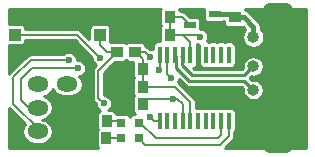
<source format=gtl>
G04 #@! TF.FileFunction,Copper,L1,Top,Signal*
%FSLAX46Y46*%
G04 Gerber Fmt 4.6, Leading zero omitted, Abs format (unit mm)*
G04 Created by KiCad (PCBNEW 4.0.7-e2-6376~61~ubuntu18.04.1) date Thu Aug  2 13:47:33 2018*
%MOMM*%
%LPD*%
G01*
G04 APERTURE LIST*
%ADD10C,0.100000*%
%ADD11R,0.899160X1.000760*%
%ADD12R,1.000760X0.899160*%
%ADD13R,1.800000X1.300000*%
%ADD14O,1.800000X1.300000*%
%ADD15R,1.000760X1.000760*%
%ADD16R,0.419100X1.470660*%
%ADD17O,1.000000X1.000000*%
%ADD18O,2.500000X1.000000*%
%ADD19C,1.200000*%
%ADD20R,0.797560X0.797560*%
%ADD21R,1.000000X0.600000*%
%ADD22C,0.600000*%
%ADD23C,0.200000*%
%ADD24C,0.400000*%
%ADD25C,0.250000*%
%ADD26C,0.254000*%
G04 APERTURE END LIST*
D10*
D11*
X178648160Y-82200000D03*
X180151840Y-82200000D03*
D12*
X179500000Y-77751840D03*
X179500000Y-76248160D03*
D11*
X182451840Y-76300000D03*
X180948160Y-76300000D03*
X180151840Y-79200000D03*
X178648160Y-79200000D03*
X180151840Y-80700000D03*
X178648160Y-80700000D03*
D12*
X187940000Y-74818160D03*
X187940000Y-76321840D03*
D11*
X182451840Y-74800000D03*
X180948160Y-74800000D03*
D13*
X173750000Y-84500000D03*
D14*
X171250000Y-84500000D03*
X173750000Y-82500000D03*
X171250000Y-82500000D03*
X173750000Y-80500000D03*
X171250000Y-80500000D03*
D12*
X178000000Y-77751840D03*
X178000000Y-76248160D03*
D11*
X175568160Y-85090000D03*
X177071840Y-85090000D03*
X175578160Y-83600000D03*
X177081840Y-83600000D03*
D15*
X176499180Y-76300000D03*
X169300820Y-76300000D03*
D16*
X184174880Y-83599080D03*
X184825120Y-83599080D03*
X185475360Y-83599080D03*
X186125600Y-83599080D03*
X182234320Y-78006000D03*
X182224160Y-83599080D03*
X182874400Y-83599080D03*
X183524640Y-83599080D03*
X186775840Y-78000920D03*
X186125600Y-78000920D03*
X185475360Y-78000920D03*
X184825120Y-78000920D03*
X184174880Y-78000920D03*
X183524640Y-78000920D03*
X186775840Y-83599080D03*
X182874400Y-78006000D03*
X181573920Y-83599080D03*
X187426080Y-83599080D03*
X187426080Y-78000920D03*
X181573920Y-78000920D03*
D17*
X189500000Y-76500000D03*
X189500000Y-83500000D03*
X189500000Y-81000000D03*
D18*
X191600000Y-74150000D03*
X191600000Y-85850000D03*
D17*
X189500000Y-79000000D03*
D19*
X191600000Y-77700000D03*
X191600000Y-82300000D03*
D20*
X178340700Y-85090000D03*
X179839300Y-85090000D03*
X178310700Y-83800000D03*
X179809300Y-83800000D03*
D21*
X186270000Y-76420000D03*
X184150000Y-75470000D03*
X186270000Y-74520000D03*
D22*
X177550000Y-79100000D03*
X180690000Y-77280000D03*
X188480000Y-82480000D03*
X182730000Y-81720000D03*
X185030000Y-76480000D03*
X180740000Y-78190000D03*
X176550000Y-78270000D03*
X173870000Y-78440000D03*
X181540000Y-79330000D03*
X174700000Y-79160000D03*
X182550000Y-79940000D03*
X176860000Y-82130000D03*
X180770000Y-83270000D03*
D23*
X180948160Y-76300000D02*
X180948160Y-77021840D01*
X177650000Y-79200000D02*
X178648160Y-79200000D01*
X177550000Y-79100000D02*
X177650000Y-79200000D01*
X180948160Y-77021840D02*
X180690000Y-77280000D01*
X189500000Y-83500000D02*
X188480000Y-82480000D01*
X174100000Y-85100000D02*
X173500000Y-84500000D01*
X177948160Y-76300000D02*
X178000000Y-76248160D01*
X183524640Y-83599080D02*
X183524640Y-82154640D01*
X180631840Y-81720000D02*
X180151840Y-82200000D01*
X183090000Y-81720000D02*
X182730000Y-81720000D01*
X182730000Y-81720000D02*
X180631840Y-81720000D01*
X183524640Y-82154640D02*
X183090000Y-81720000D01*
X184850000Y-76300000D02*
X182451840Y-76300000D01*
X185030000Y-76480000D02*
X184850000Y-76300000D01*
X169300820Y-76300000D02*
X174580000Y-76300000D01*
X180301840Y-77751840D02*
X179500000Y-77751840D01*
X180740000Y-78190000D02*
X180301840Y-77751840D01*
X174580000Y-76300000D02*
X176550000Y-78270000D01*
X182451840Y-76300000D02*
X183530000Y-76300000D01*
X184174880Y-76944880D02*
X184174880Y-78000920D01*
X183530000Y-76300000D02*
X184174880Y-76944880D01*
X182451840Y-74800000D02*
X183480000Y-74800000D01*
X183480000Y-74800000D02*
X184150000Y-75470000D01*
X182451840Y-74800000D02*
X182451840Y-76300000D01*
X182581600Y-76170240D02*
X182451840Y-76300000D01*
X184174880Y-83599080D02*
X184174880Y-82024880D01*
X182850000Y-80700000D02*
X180151840Y-80700000D01*
X184174880Y-82024880D02*
X182850000Y-80700000D01*
X180151840Y-79200000D02*
X180151840Y-78403680D01*
X180151840Y-78403680D02*
X179500000Y-77751840D01*
X180151840Y-80700000D02*
X180151840Y-79200000D01*
D24*
X186270000Y-74520000D02*
X187641840Y-74520000D01*
X187641840Y-74520000D02*
X187940000Y-74818160D01*
X189500000Y-76500000D02*
X189500000Y-75630000D01*
X188688160Y-74818160D02*
X187940000Y-74818160D01*
X189500000Y-75630000D02*
X188688160Y-74818160D01*
X189271840Y-76271840D02*
X189500000Y-76500000D01*
D23*
X177071840Y-85090000D02*
X178340700Y-85090000D01*
X178451360Y-85100000D02*
X178651360Y-84900000D01*
X187426080Y-83599080D02*
X187426080Y-84853920D01*
X180379300Y-85630000D02*
X179839300Y-85090000D01*
X186650000Y-85630000D02*
X180379300Y-85630000D01*
X187426080Y-84853920D02*
X186650000Y-85630000D01*
X179748640Y-84900000D02*
X179748640Y-84988640D01*
X177081840Y-83600000D02*
X178110700Y-83600000D01*
X178110700Y-83600000D02*
X178310700Y-83800000D01*
X186775840Y-83599080D02*
X186775840Y-84804160D01*
X181240000Y-85080000D02*
X179960000Y-83800000D01*
X186500000Y-85080000D02*
X181240000Y-85080000D01*
X186775840Y-84804160D02*
X186500000Y-85080000D01*
X179960000Y-83800000D02*
X179809300Y-83800000D01*
X179748640Y-83600000D02*
X179970000Y-83600000D01*
X171500000Y-84500000D02*
X169200000Y-82200000D01*
X169200000Y-82200000D02*
X169200000Y-79930000D01*
X169200000Y-79930000D02*
X170680000Y-78450000D01*
X170680000Y-78450000D02*
X173860000Y-78450000D01*
X173860000Y-78450000D02*
X173870000Y-78440000D01*
X181540000Y-79330000D02*
X181573920Y-79296080D01*
X181573920Y-79296080D02*
X181573920Y-78000920D01*
X171500000Y-82500000D02*
X170520000Y-82500000D01*
X170520000Y-82500000D02*
X169870000Y-81850000D01*
X169870000Y-81850000D02*
X169870000Y-80100000D01*
X169870000Y-80100000D02*
X170810000Y-79160000D01*
X170810000Y-79160000D02*
X174700000Y-79160000D01*
X182550000Y-79940000D02*
X182234320Y-79624320D01*
X182234320Y-79624320D02*
X182234320Y-78006000D01*
D25*
X183446979Y-78903427D02*
X184293553Y-79750001D01*
X184293553Y-79750001D02*
X188749999Y-79750001D01*
X188749999Y-79750001D02*
X189500000Y-79000000D01*
X183446979Y-78078581D02*
X183446979Y-78903427D01*
X183524640Y-78000920D02*
X183446979Y-78078581D01*
D23*
X183524640Y-78000920D02*
X183421979Y-78103581D01*
D25*
X182946981Y-79110533D02*
X184086447Y-80249999D01*
X184086447Y-80249999D02*
X188749999Y-80249999D01*
X188749999Y-80249999D02*
X189500000Y-81000000D01*
X182946981Y-78078581D02*
X182946981Y-79110533D01*
X182874400Y-78006000D02*
X182946981Y-78078581D01*
D23*
X182874400Y-78006000D02*
X182971981Y-78103581D01*
X178000000Y-77751840D02*
X177101840Y-77751840D01*
X176499180Y-77149180D02*
X176499180Y-76300000D01*
X177101840Y-77751840D02*
X176499180Y-77149180D01*
X181573920Y-83599080D02*
X181099080Y-83599080D01*
X176390000Y-79361840D02*
X178000000Y-77751840D01*
X176390000Y-81660000D02*
X176390000Y-79361840D01*
X176860000Y-82130000D02*
X176390000Y-81660000D01*
X181099080Y-83599080D02*
X180770000Y-83270000D01*
D26*
G36*
X175873002Y-78267582D02*
X175872883Y-78404073D01*
X175975733Y-78652989D01*
X176166010Y-78843598D01*
X176213813Y-78863447D01*
X176052710Y-79024550D01*
X175949309Y-79179300D01*
X175913000Y-79361840D01*
X175913000Y-81660000D01*
X175949309Y-81842540D01*
X176052710Y-81997290D01*
X176183002Y-82127582D01*
X176182883Y-82264073D01*
X176285733Y-82512989D01*
X176476010Y-82703598D01*
X176544021Y-82731838D01*
X176492552Y-82741523D01*
X176364240Y-82824090D01*
X176278159Y-82950073D01*
X176247875Y-83099620D01*
X176247875Y-84100380D01*
X176274163Y-84240088D01*
X176337524Y-84338554D01*
X176268159Y-84440073D01*
X176237875Y-84589620D01*
X176237875Y-85590380D01*
X176264163Y-85730088D01*
X176346730Y-85858400D01*
X176368098Y-85873000D01*
X168827000Y-85873000D01*
X168827000Y-82483846D01*
X168862710Y-82537290D01*
X170188877Y-83863457D01*
X170026158Y-84106984D01*
X169947982Y-84500000D01*
X170026158Y-84893016D01*
X170248783Y-85226199D01*
X170581966Y-85448824D01*
X170974982Y-85527000D01*
X171525018Y-85527000D01*
X171918034Y-85448824D01*
X172251217Y-85226199D01*
X172473842Y-84893016D01*
X172552018Y-84500000D01*
X172473842Y-84106984D01*
X172251217Y-83773801D01*
X171918034Y-83551176D01*
X171660756Y-83500000D01*
X171918034Y-83448824D01*
X172251217Y-83226199D01*
X172473842Y-82893016D01*
X172552018Y-82500000D01*
X172473842Y-82106984D01*
X172251217Y-81773801D01*
X171918034Y-81551176D01*
X171786928Y-81525097D01*
X171938147Y-81495018D01*
X172287551Y-81261554D01*
X172521015Y-80912150D01*
X172525490Y-80889655D01*
X172526158Y-80893016D01*
X172748783Y-81226199D01*
X173081966Y-81448824D01*
X173474982Y-81527000D01*
X174025018Y-81527000D01*
X174418034Y-81448824D01*
X174751217Y-81226199D01*
X174973842Y-80893016D01*
X175052018Y-80500000D01*
X174973842Y-80106984D01*
X174793500Y-79837082D01*
X174834073Y-79837117D01*
X175082989Y-79734267D01*
X175273598Y-79543990D01*
X175376882Y-79295254D01*
X175377117Y-79025927D01*
X175274267Y-78777011D01*
X175083990Y-78586402D01*
X174835254Y-78483118D01*
X174565927Y-78482883D01*
X174546956Y-78490722D01*
X174547117Y-78305927D01*
X174444267Y-78057011D01*
X174253990Y-77866402D01*
X174005254Y-77763118D01*
X173735927Y-77762883D01*
X173487011Y-77865733D01*
X173379557Y-77973000D01*
X170680000Y-77973000D01*
X170497460Y-78009309D01*
X170342710Y-78112710D01*
X168862710Y-79592710D01*
X168827000Y-79646154D01*
X168827000Y-77184765D01*
X169801200Y-77184765D01*
X169940908Y-77158477D01*
X170069220Y-77075910D01*
X170155301Y-76949927D01*
X170185585Y-76800380D01*
X170185585Y-76777000D01*
X174382420Y-76777000D01*
X175873002Y-78267582D01*
X175873002Y-78267582D01*
G37*
X175873002Y-78267582D02*
X175872883Y-78404073D01*
X175975733Y-78652989D01*
X176166010Y-78843598D01*
X176213813Y-78863447D01*
X176052710Y-79024550D01*
X175949309Y-79179300D01*
X175913000Y-79361840D01*
X175913000Y-81660000D01*
X175949309Y-81842540D01*
X176052710Y-81997290D01*
X176183002Y-82127582D01*
X176182883Y-82264073D01*
X176285733Y-82512989D01*
X176476010Y-82703598D01*
X176544021Y-82731838D01*
X176492552Y-82741523D01*
X176364240Y-82824090D01*
X176278159Y-82950073D01*
X176247875Y-83099620D01*
X176247875Y-84100380D01*
X176274163Y-84240088D01*
X176337524Y-84338554D01*
X176268159Y-84440073D01*
X176237875Y-84589620D01*
X176237875Y-85590380D01*
X176264163Y-85730088D01*
X176346730Y-85858400D01*
X176368098Y-85873000D01*
X168827000Y-85873000D01*
X168827000Y-82483846D01*
X168862710Y-82537290D01*
X170188877Y-83863457D01*
X170026158Y-84106984D01*
X169947982Y-84500000D01*
X170026158Y-84893016D01*
X170248783Y-85226199D01*
X170581966Y-85448824D01*
X170974982Y-85527000D01*
X171525018Y-85527000D01*
X171918034Y-85448824D01*
X172251217Y-85226199D01*
X172473842Y-84893016D01*
X172552018Y-84500000D01*
X172473842Y-84106984D01*
X172251217Y-83773801D01*
X171918034Y-83551176D01*
X171660756Y-83500000D01*
X171918034Y-83448824D01*
X172251217Y-83226199D01*
X172473842Y-82893016D01*
X172552018Y-82500000D01*
X172473842Y-82106984D01*
X172251217Y-81773801D01*
X171918034Y-81551176D01*
X171786928Y-81525097D01*
X171938147Y-81495018D01*
X172287551Y-81261554D01*
X172521015Y-80912150D01*
X172525490Y-80889655D01*
X172526158Y-80893016D01*
X172748783Y-81226199D01*
X173081966Y-81448824D01*
X173474982Y-81527000D01*
X174025018Y-81527000D01*
X174418034Y-81448824D01*
X174751217Y-81226199D01*
X174973842Y-80893016D01*
X175052018Y-80500000D01*
X174973842Y-80106984D01*
X174793500Y-79837082D01*
X174834073Y-79837117D01*
X175082989Y-79734267D01*
X175273598Y-79543990D01*
X175376882Y-79295254D01*
X175377117Y-79025927D01*
X175274267Y-78777011D01*
X175083990Y-78586402D01*
X174835254Y-78483118D01*
X174565927Y-78482883D01*
X174546956Y-78490722D01*
X174547117Y-78305927D01*
X174444267Y-78057011D01*
X174253990Y-77866402D01*
X174005254Y-77763118D01*
X173735927Y-77762883D01*
X173487011Y-77865733D01*
X173379557Y-77973000D01*
X170680000Y-77973000D01*
X170497460Y-78009309D01*
X170342710Y-78112710D01*
X168862710Y-79592710D01*
X168827000Y-79646154D01*
X168827000Y-77184765D01*
X169801200Y-77184765D01*
X169940908Y-77158477D01*
X170069220Y-77075910D01*
X170155301Y-76949927D01*
X170185585Y-76800380D01*
X170185585Y-76777000D01*
X174382420Y-76777000D01*
X175873002Y-78267582D01*
G36*
X185334635Y-74220000D02*
X185334635Y-74820000D01*
X185364409Y-74978237D01*
X185457927Y-75123567D01*
X185600619Y-75221064D01*
X185770000Y-75255365D01*
X186770000Y-75255365D01*
X186928237Y-75225591D01*
X187004255Y-75176674D01*
X187004255Y-75267740D01*
X187034029Y-75425977D01*
X187127547Y-75571307D01*
X187270239Y-75668804D01*
X187439620Y-75703105D01*
X188440380Y-75703105D01*
X188598617Y-75673331D01*
X188633909Y-75650621D01*
X188821790Y-75838502D01*
X188692568Y-76031898D01*
X188688933Y-76050173D01*
X188625403Y-76145252D01*
X188554839Y-76500000D01*
X188625403Y-76854748D01*
X188826351Y-77155488D01*
X189127091Y-77356436D01*
X189481839Y-77427000D01*
X189518161Y-77427000D01*
X189872909Y-77356436D01*
X190173649Y-77155488D01*
X190374597Y-76854748D01*
X190445161Y-76500000D01*
X190374597Y-76145252D01*
X190173649Y-75844512D01*
X190127000Y-75813342D01*
X190127000Y-75630000D01*
X190079272Y-75390057D01*
X189943356Y-75186644D01*
X189131516Y-74374804D01*
X189108326Y-74359309D01*
X188928103Y-74238888D01*
X188848357Y-74223025D01*
X188845971Y-74210343D01*
X188785906Y-74117000D01*
X193973000Y-74117000D01*
X193973000Y-85873000D01*
X187081580Y-85873000D01*
X187763370Y-85191210D01*
X187866771Y-85036460D01*
X187903080Y-84853920D01*
X187903080Y-84610307D01*
X187903650Y-84609940D01*
X187989731Y-84483957D01*
X188020015Y-84334410D01*
X188020015Y-82863750D01*
X187993727Y-82724042D01*
X187911160Y-82595730D01*
X187785177Y-82509649D01*
X187635630Y-82479365D01*
X187216530Y-82479365D01*
X187096718Y-82501909D01*
X186985390Y-82479365D01*
X186566290Y-82479365D01*
X186446478Y-82501909D01*
X186335150Y-82479365D01*
X185916050Y-82479365D01*
X185796238Y-82501909D01*
X185684910Y-82479365D01*
X185265810Y-82479365D01*
X185145998Y-82501909D01*
X185034670Y-82479365D01*
X184651880Y-82479365D01*
X184651880Y-82024880D01*
X184636480Y-81947459D01*
X184615571Y-81842339D01*
X184512170Y-81687590D01*
X183187290Y-80362710D01*
X183124845Y-80320986D01*
X183219513Y-80093000D01*
X183731477Y-80604964D01*
X183731479Y-80604967D01*
X183820408Y-80664387D01*
X183894339Y-80713787D01*
X184086447Y-80751999D01*
X188542063Y-80751999D01*
X188636387Y-80846323D01*
X188605819Y-81000000D01*
X188672577Y-81335613D01*
X188862686Y-81620133D01*
X189147206Y-81810242D01*
X189482819Y-81877000D01*
X189517181Y-81877000D01*
X189852794Y-81810242D01*
X190137314Y-81620133D01*
X190327423Y-81335613D01*
X190394181Y-81000000D01*
X190327423Y-80664387D01*
X190137314Y-80379867D01*
X189852794Y-80189758D01*
X189517181Y-80123000D01*
X189482819Y-80123000D01*
X189357803Y-80147867D01*
X189209936Y-80000000D01*
X189357803Y-79852133D01*
X189482819Y-79877000D01*
X189517181Y-79877000D01*
X189852794Y-79810242D01*
X190137314Y-79620133D01*
X190327423Y-79335613D01*
X190394181Y-79000000D01*
X190327423Y-78664387D01*
X190137314Y-78379867D01*
X189852794Y-78189758D01*
X189517181Y-78123000D01*
X189482819Y-78123000D01*
X189147206Y-78189758D01*
X188862686Y-78379867D01*
X188672577Y-78664387D01*
X188605819Y-79000000D01*
X188636387Y-79153677D01*
X188542063Y-79248001D01*
X184501488Y-79248001D01*
X184374122Y-79120635D01*
X184384430Y-79120635D01*
X184524138Y-79094347D01*
X184652450Y-79011780D01*
X184738531Y-78885797D01*
X184768815Y-78736250D01*
X184768815Y-77265590D01*
X184742527Y-77125882D01*
X184714246Y-77081932D01*
X184894746Y-77156882D01*
X184903437Y-77156890D01*
X184881425Y-77265590D01*
X184881425Y-78736250D01*
X184907713Y-78875958D01*
X184990280Y-79004270D01*
X185116263Y-79090351D01*
X185265810Y-79120635D01*
X185684910Y-79120635D01*
X185804722Y-79098091D01*
X185916050Y-79120635D01*
X186335150Y-79120635D01*
X186454962Y-79098091D01*
X186566290Y-79120635D01*
X186985390Y-79120635D01*
X187105202Y-79098091D01*
X187216530Y-79120635D01*
X187635630Y-79120635D01*
X187775338Y-79094347D01*
X187903650Y-79011780D01*
X187989731Y-78885797D01*
X188020015Y-78736250D01*
X188020015Y-77265590D01*
X187993727Y-77125882D01*
X187911160Y-76997570D01*
X187785177Y-76911489D01*
X187635630Y-76881205D01*
X187216530Y-76881205D01*
X187096718Y-76903749D01*
X186985390Y-76881205D01*
X186566290Y-76881205D01*
X186446478Y-76903749D01*
X186335150Y-76881205D01*
X185916050Y-76881205D01*
X185796238Y-76903749D01*
X185684910Y-76881205D01*
X185586353Y-76881205D01*
X185603598Y-76863990D01*
X185706882Y-76615254D01*
X185707117Y-76345927D01*
X185604267Y-76097011D01*
X185413990Y-75906402D01*
X185165254Y-75803118D01*
X185027703Y-75802998D01*
X185034385Y-75770000D01*
X185034385Y-75170000D01*
X185008097Y-75030292D01*
X184925530Y-74901980D01*
X184799547Y-74815899D01*
X184650000Y-74785615D01*
X184140195Y-74785615D01*
X183817290Y-74462710D01*
X183662540Y-74359309D01*
X183480000Y-74323000D01*
X183285805Y-74323000D01*
X183285805Y-74299620D01*
X183259517Y-74159912D01*
X183231904Y-74117000D01*
X185355493Y-74117000D01*
X185334635Y-74220000D01*
X185334635Y-74220000D01*
G37*
X185334635Y-74220000D02*
X185334635Y-74820000D01*
X185364409Y-74978237D01*
X185457927Y-75123567D01*
X185600619Y-75221064D01*
X185770000Y-75255365D01*
X186770000Y-75255365D01*
X186928237Y-75225591D01*
X187004255Y-75176674D01*
X187004255Y-75267740D01*
X187034029Y-75425977D01*
X187127547Y-75571307D01*
X187270239Y-75668804D01*
X187439620Y-75703105D01*
X188440380Y-75703105D01*
X188598617Y-75673331D01*
X188633909Y-75650621D01*
X188821790Y-75838502D01*
X188692568Y-76031898D01*
X188688933Y-76050173D01*
X188625403Y-76145252D01*
X188554839Y-76500000D01*
X188625403Y-76854748D01*
X188826351Y-77155488D01*
X189127091Y-77356436D01*
X189481839Y-77427000D01*
X189518161Y-77427000D01*
X189872909Y-77356436D01*
X190173649Y-77155488D01*
X190374597Y-76854748D01*
X190445161Y-76500000D01*
X190374597Y-76145252D01*
X190173649Y-75844512D01*
X190127000Y-75813342D01*
X190127000Y-75630000D01*
X190079272Y-75390057D01*
X189943356Y-75186644D01*
X189131516Y-74374804D01*
X189108326Y-74359309D01*
X188928103Y-74238888D01*
X188848357Y-74223025D01*
X188845971Y-74210343D01*
X188785906Y-74117000D01*
X193973000Y-74117000D01*
X193973000Y-85873000D01*
X187081580Y-85873000D01*
X187763370Y-85191210D01*
X187866771Y-85036460D01*
X187903080Y-84853920D01*
X187903080Y-84610307D01*
X187903650Y-84609940D01*
X187989731Y-84483957D01*
X188020015Y-84334410D01*
X188020015Y-82863750D01*
X187993727Y-82724042D01*
X187911160Y-82595730D01*
X187785177Y-82509649D01*
X187635630Y-82479365D01*
X187216530Y-82479365D01*
X187096718Y-82501909D01*
X186985390Y-82479365D01*
X186566290Y-82479365D01*
X186446478Y-82501909D01*
X186335150Y-82479365D01*
X185916050Y-82479365D01*
X185796238Y-82501909D01*
X185684910Y-82479365D01*
X185265810Y-82479365D01*
X185145998Y-82501909D01*
X185034670Y-82479365D01*
X184651880Y-82479365D01*
X184651880Y-82024880D01*
X184636480Y-81947459D01*
X184615571Y-81842339D01*
X184512170Y-81687590D01*
X183187290Y-80362710D01*
X183124845Y-80320986D01*
X183219513Y-80093000D01*
X183731477Y-80604964D01*
X183731479Y-80604967D01*
X183820408Y-80664387D01*
X183894339Y-80713787D01*
X184086447Y-80751999D01*
X188542063Y-80751999D01*
X188636387Y-80846323D01*
X188605819Y-81000000D01*
X188672577Y-81335613D01*
X188862686Y-81620133D01*
X189147206Y-81810242D01*
X189482819Y-81877000D01*
X189517181Y-81877000D01*
X189852794Y-81810242D01*
X190137314Y-81620133D01*
X190327423Y-81335613D01*
X190394181Y-81000000D01*
X190327423Y-80664387D01*
X190137314Y-80379867D01*
X189852794Y-80189758D01*
X189517181Y-80123000D01*
X189482819Y-80123000D01*
X189357803Y-80147867D01*
X189209936Y-80000000D01*
X189357803Y-79852133D01*
X189482819Y-79877000D01*
X189517181Y-79877000D01*
X189852794Y-79810242D01*
X190137314Y-79620133D01*
X190327423Y-79335613D01*
X190394181Y-79000000D01*
X190327423Y-78664387D01*
X190137314Y-78379867D01*
X189852794Y-78189758D01*
X189517181Y-78123000D01*
X189482819Y-78123000D01*
X189147206Y-78189758D01*
X188862686Y-78379867D01*
X188672577Y-78664387D01*
X188605819Y-79000000D01*
X188636387Y-79153677D01*
X188542063Y-79248001D01*
X184501488Y-79248001D01*
X184374122Y-79120635D01*
X184384430Y-79120635D01*
X184524138Y-79094347D01*
X184652450Y-79011780D01*
X184738531Y-78885797D01*
X184768815Y-78736250D01*
X184768815Y-77265590D01*
X184742527Y-77125882D01*
X184714246Y-77081932D01*
X184894746Y-77156882D01*
X184903437Y-77156890D01*
X184881425Y-77265590D01*
X184881425Y-78736250D01*
X184907713Y-78875958D01*
X184990280Y-79004270D01*
X185116263Y-79090351D01*
X185265810Y-79120635D01*
X185684910Y-79120635D01*
X185804722Y-79098091D01*
X185916050Y-79120635D01*
X186335150Y-79120635D01*
X186454962Y-79098091D01*
X186566290Y-79120635D01*
X186985390Y-79120635D01*
X187105202Y-79098091D01*
X187216530Y-79120635D01*
X187635630Y-79120635D01*
X187775338Y-79094347D01*
X187903650Y-79011780D01*
X187989731Y-78885797D01*
X188020015Y-78736250D01*
X188020015Y-77265590D01*
X187993727Y-77125882D01*
X187911160Y-76997570D01*
X187785177Y-76911489D01*
X187635630Y-76881205D01*
X187216530Y-76881205D01*
X187096718Y-76903749D01*
X186985390Y-76881205D01*
X186566290Y-76881205D01*
X186446478Y-76903749D01*
X186335150Y-76881205D01*
X185916050Y-76881205D01*
X185796238Y-76903749D01*
X185684910Y-76881205D01*
X185586353Y-76881205D01*
X185603598Y-76863990D01*
X185706882Y-76615254D01*
X185707117Y-76345927D01*
X185604267Y-76097011D01*
X185413990Y-75906402D01*
X185165254Y-75803118D01*
X185027703Y-75802998D01*
X185034385Y-75770000D01*
X185034385Y-75170000D01*
X185008097Y-75030292D01*
X184925530Y-74901980D01*
X184799547Y-74815899D01*
X184650000Y-74785615D01*
X184140195Y-74785615D01*
X183817290Y-74462710D01*
X183662540Y-74359309D01*
X183480000Y-74323000D01*
X183285805Y-74323000D01*
X183285805Y-74299620D01*
X183259517Y-74159912D01*
X183231904Y-74117000D01*
X185355493Y-74117000D01*
X185334635Y-74220000D01*
G36*
X178850073Y-78555521D02*
X178999620Y-78585805D01*
X179340923Y-78585805D01*
X179317875Y-78699620D01*
X179317875Y-79700380D01*
X179344163Y-79840088D01*
X179415688Y-79951241D01*
X179348159Y-80050073D01*
X179317875Y-80199620D01*
X179317875Y-81200380D01*
X179344163Y-81340088D01*
X179415688Y-81451241D01*
X179348159Y-81550073D01*
X179317875Y-81699620D01*
X179317875Y-82700380D01*
X179344163Y-82840088D01*
X179426730Y-82968400D01*
X179497617Y-83016835D01*
X179410520Y-83016835D01*
X179270812Y-83043123D01*
X179142500Y-83125690D01*
X179058905Y-83248035D01*
X178985010Y-83133200D01*
X178859027Y-83047119D01*
X178709480Y-83016835D01*
X177911920Y-83016835D01*
X177900628Y-83018960D01*
X177889517Y-82959912D01*
X177806950Y-82831600D01*
X177680967Y-82745519D01*
X177531420Y-82715235D01*
X177216444Y-82715235D01*
X177242989Y-82704267D01*
X177433598Y-82513990D01*
X177536882Y-82265254D01*
X177537117Y-81995927D01*
X177434267Y-81747011D01*
X177243990Y-81556402D01*
X176995254Y-81453118D01*
X176867000Y-81453006D01*
X176867000Y-79559420D01*
X177840615Y-78585805D01*
X178500380Y-78585805D01*
X178640088Y-78559517D01*
X178751241Y-78487992D01*
X178850073Y-78555521D01*
X178850073Y-78555521D01*
G37*
X178850073Y-78555521D02*
X178999620Y-78585805D01*
X179340923Y-78585805D01*
X179317875Y-78699620D01*
X179317875Y-79700380D01*
X179344163Y-79840088D01*
X179415688Y-79951241D01*
X179348159Y-80050073D01*
X179317875Y-80199620D01*
X179317875Y-81200380D01*
X179344163Y-81340088D01*
X179415688Y-81451241D01*
X179348159Y-81550073D01*
X179317875Y-81699620D01*
X179317875Y-82700380D01*
X179344163Y-82840088D01*
X179426730Y-82968400D01*
X179497617Y-83016835D01*
X179410520Y-83016835D01*
X179270812Y-83043123D01*
X179142500Y-83125690D01*
X179058905Y-83248035D01*
X178985010Y-83133200D01*
X178859027Y-83047119D01*
X178709480Y-83016835D01*
X177911920Y-83016835D01*
X177900628Y-83018960D01*
X177889517Y-82959912D01*
X177806950Y-82831600D01*
X177680967Y-82745519D01*
X177531420Y-82715235D01*
X177216444Y-82715235D01*
X177242989Y-82704267D01*
X177433598Y-82513990D01*
X177536882Y-82265254D01*
X177537117Y-81995927D01*
X177434267Y-81747011D01*
X177243990Y-81556402D01*
X176995254Y-81453118D01*
X176867000Y-81453006D01*
X176867000Y-79559420D01*
X177840615Y-78585805D01*
X178500380Y-78585805D01*
X178640088Y-78559517D01*
X178751241Y-78487992D01*
X178850073Y-78555521D01*
G36*
X181648159Y-74150073D02*
X181617875Y-74299620D01*
X181617875Y-75300380D01*
X181644163Y-75440088D01*
X181715688Y-75551241D01*
X181648159Y-75650073D01*
X181617875Y-75799620D01*
X181617875Y-76800380D01*
X181633083Y-76881205D01*
X181364370Y-76881205D01*
X181224662Y-76907493D01*
X181096350Y-76990060D01*
X181010269Y-77116043D01*
X180979985Y-77265590D01*
X180979985Y-77556606D01*
X180875254Y-77513118D01*
X180737578Y-77512998D01*
X180639130Y-77414550D01*
X180484380Y-77311149D01*
X180382629Y-77290910D01*
X180358477Y-77162552D01*
X180275910Y-77034240D01*
X180149927Y-76948159D01*
X180000380Y-76917875D01*
X178999620Y-76917875D01*
X178859912Y-76944163D01*
X178748759Y-77015688D01*
X178649927Y-76948159D01*
X178500380Y-76917875D01*
X177499620Y-76917875D01*
X177359912Y-76944163D01*
X177354067Y-76947924D01*
X177383945Y-76800380D01*
X177383945Y-75799620D01*
X177357657Y-75659912D01*
X177275090Y-75531600D01*
X177149107Y-75445519D01*
X176999560Y-75415235D01*
X175998800Y-75415235D01*
X175859092Y-75441523D01*
X175730780Y-75524090D01*
X175644699Y-75650073D01*
X175614415Y-75799620D01*
X175614415Y-76659835D01*
X174917290Y-75962710D01*
X174762540Y-75859309D01*
X174580000Y-75823000D01*
X170185585Y-75823000D01*
X170185585Y-75799620D01*
X170159297Y-75659912D01*
X170076730Y-75531600D01*
X169950747Y-75445519D01*
X169801200Y-75415235D01*
X168827000Y-75415235D01*
X168827000Y-74117000D01*
X181670757Y-74117000D01*
X181648159Y-74150073D01*
X181648159Y-74150073D01*
G37*
X181648159Y-74150073D02*
X181617875Y-74299620D01*
X181617875Y-75300380D01*
X181644163Y-75440088D01*
X181715688Y-75551241D01*
X181648159Y-75650073D01*
X181617875Y-75799620D01*
X181617875Y-76800380D01*
X181633083Y-76881205D01*
X181364370Y-76881205D01*
X181224662Y-76907493D01*
X181096350Y-76990060D01*
X181010269Y-77116043D01*
X180979985Y-77265590D01*
X180979985Y-77556606D01*
X180875254Y-77513118D01*
X180737578Y-77512998D01*
X180639130Y-77414550D01*
X180484380Y-77311149D01*
X180382629Y-77290910D01*
X180358477Y-77162552D01*
X180275910Y-77034240D01*
X180149927Y-76948159D01*
X180000380Y-76917875D01*
X178999620Y-76917875D01*
X178859912Y-76944163D01*
X178748759Y-77015688D01*
X178649927Y-76948159D01*
X178500380Y-76917875D01*
X177499620Y-76917875D01*
X177359912Y-76944163D01*
X177354067Y-76947924D01*
X177383945Y-76800380D01*
X177383945Y-75799620D01*
X177357657Y-75659912D01*
X177275090Y-75531600D01*
X177149107Y-75445519D01*
X176999560Y-75415235D01*
X175998800Y-75415235D01*
X175859092Y-75441523D01*
X175730780Y-75524090D01*
X175644699Y-75650073D01*
X175614415Y-75799620D01*
X175614415Y-76659835D01*
X174917290Y-75962710D01*
X174762540Y-75859309D01*
X174580000Y-75823000D01*
X170185585Y-75823000D01*
X170185585Y-75799620D01*
X170159297Y-75659912D01*
X170076730Y-75531600D01*
X169950747Y-75445519D01*
X169801200Y-75415235D01*
X168827000Y-75415235D01*
X168827000Y-74117000D01*
X181670757Y-74117000D01*
X181648159Y-74150073D01*
M02*

</source>
